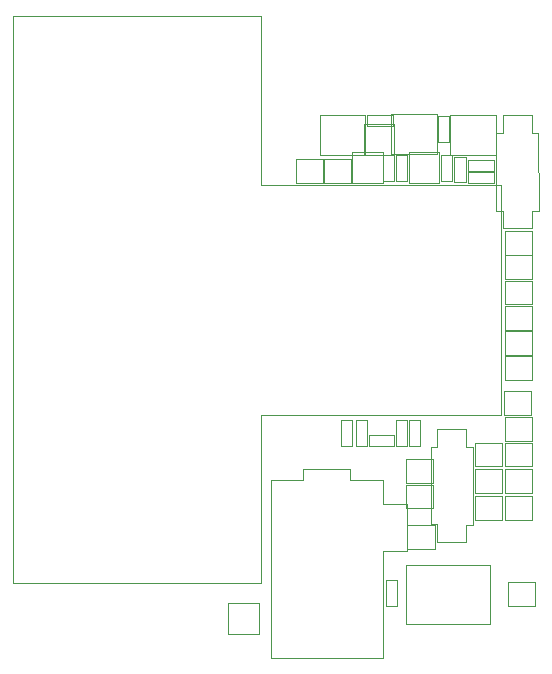
<source format=gbr>
G04 #@! TF.GenerationSoftware,KiCad,Pcbnew,7.0.1-0*
G04 #@! TF.CreationDate,2025-03-17T17:28:38+01:00*
G04 #@! TF.ProjectId,LED-Controller,4c45442d-436f-46e7-9472-6f6c6c65722e,rev?*
G04 #@! TF.SameCoordinates,Original*
G04 #@! TF.FileFunction,Other,User*
%FSLAX46Y46*%
G04 Gerber Fmt 4.6, Leading zero omitted, Abs format (unit mm)*
G04 Created by KiCad (PCBNEW 7.0.1-0) date 2025-03-17 17:28:38*
%MOMM*%
%LPD*%
G01*
G04 APERTURE LIST*
%ADD10C,0.050000*%
G04 APERTURE END LIST*
D10*
G04 #@! TO.C,U2*
X164692400Y-123077600D02*
X157592400Y-123077600D01*
X157592400Y-128077600D02*
X164692400Y-128077600D01*
X164692400Y-123077600D02*
X164692400Y-128077600D01*
X157592400Y-128077600D02*
X157592400Y-123077600D01*
G04 #@! TO.C,SW1*
X160223200Y-121107200D02*
X162661600Y-121107200D01*
X162661600Y-121107200D02*
X162661600Y-119634000D01*
X163271200Y-119634000D02*
X162661600Y-119634000D01*
X163271200Y-119634000D02*
X163271200Y-113030000D01*
X159715200Y-119583200D02*
X160223200Y-119583200D01*
X160223200Y-119583200D02*
X160223200Y-121107200D01*
X159664400Y-113030000D02*
X159715200Y-119583200D01*
X160223200Y-113030000D02*
X159664400Y-113030000D01*
X162661600Y-113030000D02*
X162661600Y-111556800D01*
X163271200Y-113030000D02*
X162661600Y-113030000D01*
X160223200Y-111556800D02*
X160223200Y-113030000D01*
X162661600Y-111556800D02*
X160223200Y-111556800D01*
G04 #@! TO.C,SW2*
X168249600Y-84982800D02*
X165811200Y-84982800D01*
X165811200Y-84982800D02*
X165811200Y-86456000D01*
X165201600Y-86456000D02*
X165811200Y-86456000D01*
X165201600Y-86456000D02*
X165201600Y-93060000D01*
X168757600Y-86506800D02*
X168249600Y-86506800D01*
X168249600Y-86506800D02*
X168249600Y-84982800D01*
X168808400Y-93060000D02*
X168757600Y-86506800D01*
X168249600Y-93060000D02*
X168808400Y-93060000D01*
X165811200Y-93060000D02*
X165811200Y-94533200D01*
X165201600Y-93060000D02*
X165811200Y-93060000D01*
X168249600Y-94533200D02*
X168249600Y-93060000D01*
X165811200Y-94533200D02*
X168249600Y-94533200D01*
G04 #@! TO.C,R5*
X161683600Y-90660400D02*
X161683600Y-88460400D01*
X162623600Y-90660400D02*
X161683600Y-90660400D01*
X161683600Y-88460400D02*
X162623600Y-88460400D01*
X162623600Y-88460400D02*
X162623600Y-90660400D01*
G04 #@! TO.C,J22*
X168231200Y-94758000D02*
X165931200Y-94758000D01*
X165931200Y-94758000D02*
X165931200Y-96758000D01*
X168231200Y-96758000D02*
X168231200Y-94758000D01*
X165931200Y-96758000D02*
X168231200Y-96758000D01*
G04 #@! TO.C,J11*
X165982000Y-119211600D02*
X168282000Y-119211600D01*
X168282000Y-119211600D02*
X168282000Y-117211600D01*
X165982000Y-117211600D02*
X165982000Y-119211600D01*
X168282000Y-117211600D02*
X165982000Y-117211600D01*
G04 #@! TO.C,J19*
X165931200Y-100974400D02*
X168231200Y-100974400D01*
X168231200Y-100974400D02*
X168231200Y-98974400D01*
X165931200Y-98974400D02*
X165931200Y-100974400D01*
X168231200Y-98974400D02*
X165931200Y-98974400D01*
G04 #@! TO.C,J25*
X157549200Y-118246400D02*
X159849200Y-118246400D01*
X159849200Y-118246400D02*
X159849200Y-116246400D01*
X157549200Y-116246400D02*
X157549200Y-118246400D01*
X159849200Y-116246400D02*
X157549200Y-116246400D01*
G04 #@! TO.C,J24*
X157549200Y-116112800D02*
X159849200Y-116112800D01*
X159849200Y-116112800D02*
X159849200Y-114112800D01*
X157549200Y-114112800D02*
X157549200Y-116112800D01*
X159849200Y-114112800D02*
X157549200Y-114112800D01*
G04 #@! TO.C,J23*
X165931200Y-98840800D02*
X168231200Y-98840800D01*
X168231200Y-98840800D02*
X168231200Y-96840800D01*
X165931200Y-96840800D02*
X165931200Y-98840800D01*
X168231200Y-96840800D02*
X165931200Y-96840800D01*
G04 #@! TO.C,J21*
X165931200Y-107375200D02*
X168231200Y-107375200D01*
X168231200Y-107375200D02*
X168231200Y-105375200D01*
X165931200Y-105375200D02*
X165931200Y-107375200D01*
X168231200Y-105375200D02*
X165931200Y-105375200D01*
G04 #@! TO.C,J20*
X165931200Y-105241600D02*
X168231200Y-105241600D01*
X168231200Y-105241600D02*
X168231200Y-103241600D01*
X165931200Y-103241600D02*
X165931200Y-105241600D01*
X168231200Y-103241600D02*
X165931200Y-103241600D01*
G04 #@! TO.C,J18*
X168231200Y-101108000D02*
X165931200Y-101108000D01*
X165931200Y-101108000D02*
X165931200Y-103108000D01*
X168231200Y-103108000D02*
X168231200Y-101108000D01*
X165931200Y-103108000D02*
X168231200Y-103108000D01*
G04 #@! TO.C,J17*
X165880400Y-110321600D02*
X168180400Y-110321600D01*
X168180400Y-110321600D02*
X168180400Y-108321600D01*
X165880400Y-108321600D02*
X165880400Y-110321600D01*
X168180400Y-108321600D02*
X165880400Y-108321600D01*
G04 #@! TO.C,J16*
X165931200Y-112506000D02*
X168231200Y-112506000D01*
X168231200Y-112506000D02*
X168231200Y-110506000D01*
X165931200Y-110506000D02*
X165931200Y-112506000D01*
X168231200Y-110506000D02*
X165931200Y-110506000D01*
G04 #@! TO.C,J15*
X165931200Y-114690400D02*
X168231200Y-114690400D01*
X168231200Y-114690400D02*
X168231200Y-112690400D01*
X165931200Y-112690400D02*
X165931200Y-114690400D01*
X168231200Y-112690400D02*
X165931200Y-112690400D01*
G04 #@! TO.C,J14*
X165742000Y-112690400D02*
X163442000Y-112690400D01*
X163442000Y-112690400D02*
X163442000Y-114690400D01*
X165742000Y-114690400D02*
X165742000Y-112690400D01*
X163442000Y-114690400D02*
X165742000Y-114690400D01*
G04 #@! TO.C,J13*
X165982000Y-116925600D02*
X168282000Y-116925600D01*
X168282000Y-116925600D02*
X168282000Y-114925600D01*
X165982000Y-114925600D02*
X165982000Y-116925600D01*
X168282000Y-114925600D02*
X165982000Y-114925600D01*
G04 #@! TO.C,J12*
X163442000Y-116925600D02*
X165742000Y-116925600D01*
X165742000Y-116925600D02*
X165742000Y-114925600D01*
X163442000Y-114925600D02*
X163442000Y-116925600D01*
X165742000Y-114925600D02*
X163442000Y-114925600D01*
G04 #@! TO.C,J5*
X165742000Y-117211600D02*
X163442000Y-117211600D01*
X163442000Y-117211600D02*
X163442000Y-119211600D01*
X165742000Y-119211600D02*
X165742000Y-117211600D01*
X163442000Y-119211600D02*
X165742000Y-119211600D01*
G04 #@! TO.C,Q3*
X161323500Y-84964800D02*
X161323500Y-88364800D01*
X161323500Y-88364800D02*
X165163500Y-88364800D01*
X165163500Y-84964800D02*
X161323500Y-84964800D01*
X165163500Y-88364800D02*
X165163500Y-84964800D01*
G04 #@! TO.C,Q2*
X154139900Y-88364800D02*
X154139900Y-84964800D01*
X154139900Y-84964800D02*
X150299900Y-84964800D01*
X150299900Y-88364800D02*
X154139900Y-88364800D01*
X150299900Y-84964800D02*
X150299900Y-88364800D01*
G04 #@! TO.C,R9*
X153352400Y-112940300D02*
X153352400Y-110740300D01*
X154292400Y-112940300D02*
X153352400Y-112940300D01*
X153352400Y-110740300D02*
X154292400Y-110740300D01*
X154292400Y-110740300D02*
X154292400Y-112940300D01*
G04 #@! TO.C,R4*
X154246400Y-84975600D02*
X156446400Y-84975600D01*
X154246400Y-85915600D02*
X154246400Y-84975600D01*
X156446400Y-84975600D02*
X156446400Y-85915600D01*
X156446400Y-85915600D02*
X154246400Y-85915600D01*
G04 #@! TO.C,U1*
X124347000Y-124596400D02*
X145287000Y-124596400D01*
X145287000Y-124596400D02*
X145287000Y-110346400D01*
X165597000Y-110346400D02*
X145287000Y-110346400D01*
X165597000Y-110346400D02*
X165597000Y-90846400D01*
X145287000Y-90846400D02*
X165597000Y-90846400D01*
X145287000Y-90846400D02*
X145287000Y-76596400D01*
X124347000Y-76596400D02*
X124347000Y-124596400D01*
X145287000Y-76596400D02*
X124347000Y-76596400D01*
G04 #@! TO.C,J8*
X152940400Y-90662000D02*
X152940400Y-88662000D01*
X152940400Y-88662000D02*
X150640400Y-88662000D01*
X150640400Y-90662000D02*
X152940400Y-90662000D01*
X150640400Y-88662000D02*
X150640400Y-90662000D01*
G04 #@! TO.C,C1*
X156578800Y-112931200D02*
X154418800Y-112931200D01*
X156578800Y-112011200D02*
X156578800Y-112931200D01*
X154418800Y-112931200D02*
X154418800Y-112011200D01*
X154418800Y-112011200D02*
X156578800Y-112011200D01*
G04 #@! TO.C,J6*
X155630400Y-90708000D02*
X155630400Y-88108000D01*
X155630400Y-88108000D02*
X153030400Y-88108000D01*
X153030400Y-90708000D02*
X155630400Y-90708000D01*
X153030400Y-88108000D02*
X153030400Y-90708000D01*
G04 #@! TO.C,J7*
X150552800Y-90662000D02*
X150552800Y-88662000D01*
X150552800Y-88662000D02*
X148252800Y-88662000D01*
X148252800Y-90662000D02*
X150552800Y-90662000D01*
X148252800Y-88662000D02*
X148252800Y-90662000D01*
G04 #@! TO.C,J3*
X157805600Y-88108000D02*
X157805600Y-90708000D01*
X157805600Y-90708000D02*
X160405600Y-90708000D01*
X160405600Y-88108000D02*
X157805600Y-88108000D01*
X160405600Y-90708000D02*
X160405600Y-88108000D01*
G04 #@! TO.C,J1*
X152876000Y-114890800D02*
X152876000Y-115890800D01*
X148876000Y-114890800D02*
X152876000Y-114890800D01*
X155626000Y-115890800D02*
X155626000Y-117890800D01*
X152876000Y-115890800D02*
X155626000Y-115890800D01*
X148876000Y-115890800D02*
X148876000Y-114890800D01*
X146376000Y-115890800D02*
X148876000Y-115890800D01*
X146376000Y-115890800D02*
X146126000Y-115890800D01*
X146126000Y-115890800D02*
X146126000Y-130890800D01*
X157626000Y-117890800D02*
X157626000Y-121890800D01*
X155626000Y-117890800D02*
X157626000Y-117890800D01*
X157626000Y-121890800D02*
X155626000Y-121890800D01*
X155626000Y-121890800D02*
X155626000Y-130890800D01*
X155626000Y-130890800D02*
X146126000Y-130890800D01*
G04 #@! TO.C,J9*
X160001600Y-121700800D02*
X160001600Y-119700800D01*
X160001600Y-119700800D02*
X157701600Y-119700800D01*
X157701600Y-121700800D02*
X160001600Y-121700800D01*
X157701600Y-119700800D02*
X157701600Y-121700800D01*
G04 #@! TO.C,R7*
X152082400Y-112940300D02*
X152082400Y-110740300D01*
X153022400Y-112940300D02*
X152082400Y-112940300D01*
X152082400Y-110740300D02*
X153022400Y-110740300D01*
X153022400Y-110740300D02*
X153022400Y-112940300D01*
G04 #@! TO.C,R3*
X155638400Y-90508000D02*
X155638400Y-88308000D01*
X156578400Y-90508000D02*
X155638400Y-90508000D01*
X155638400Y-88308000D02*
X156578400Y-88308000D01*
X156578400Y-88308000D02*
X156578400Y-90508000D01*
G04 #@! TO.C,R2*
X160261200Y-87256800D02*
X160261200Y-85056800D01*
X161201200Y-87256800D02*
X160261200Y-87256800D01*
X160261200Y-85056800D02*
X161201200Y-85056800D01*
X161201200Y-85056800D02*
X161201200Y-87256800D01*
G04 #@! TO.C,R1*
X156705200Y-90508000D02*
X156705200Y-88308000D01*
X157645200Y-90508000D02*
X156705200Y-90508000D01*
X156705200Y-88308000D02*
X157645200Y-88308000D01*
X157645200Y-88308000D02*
X157645200Y-90508000D01*
G04 #@! TO.C,C4*
X156822400Y-124345200D02*
X156822400Y-126505200D01*
X155902400Y-124345200D02*
X156822400Y-124345200D01*
X156822400Y-126505200D02*
X155902400Y-126505200D01*
X155902400Y-126505200D02*
X155902400Y-124345200D01*
G04 #@! TO.C,R8*
X162831600Y-88734800D02*
X165031600Y-88734800D01*
X162831600Y-89674800D02*
X162831600Y-88734800D01*
X165031600Y-88734800D02*
X165031600Y-89674800D01*
X165031600Y-89674800D02*
X162831600Y-89674800D01*
G04 #@! TO.C,D1*
X156705200Y-112961600D02*
X156705200Y-110761600D01*
X157645200Y-112961600D02*
X156705200Y-112961600D01*
X156705200Y-110761600D02*
X157645200Y-110761600D01*
X157645200Y-110761600D02*
X157645200Y-112961600D01*
G04 #@! TO.C,R6*
X160515200Y-90508000D02*
X160515200Y-88308000D01*
X161455200Y-90508000D02*
X160515200Y-90508000D01*
X160515200Y-88308000D02*
X161455200Y-88308000D01*
X161455200Y-88308000D02*
X161455200Y-90508000D01*
G04 #@! TO.C,J4*
X156595600Y-88320400D02*
X156595600Y-85720400D01*
X156595600Y-85720400D02*
X153995600Y-85720400D01*
X153995600Y-88320400D02*
X156595600Y-88320400D01*
X153995600Y-85720400D02*
X153995600Y-88320400D01*
G04 #@! TO.C,J10*
X166185200Y-124526800D02*
X166185200Y-126526800D01*
X166185200Y-126526800D02*
X168485200Y-126526800D01*
X168485200Y-124526800D02*
X166185200Y-124526800D01*
X168485200Y-126526800D02*
X168485200Y-124526800D01*
G04 #@! TO.C,C3*
X162851600Y-89760800D02*
X165011600Y-89760800D01*
X162851600Y-90680800D02*
X162851600Y-89760800D01*
X165011600Y-89760800D02*
X165011600Y-90680800D01*
X165011600Y-90680800D02*
X162851600Y-90680800D01*
G04 #@! TO.C,C2*
X158752800Y-110790300D02*
X158752800Y-112950300D01*
X157832800Y-110790300D02*
X158752800Y-110790300D01*
X158752800Y-112950300D02*
X157832800Y-112950300D01*
X157832800Y-112950300D02*
X157832800Y-110790300D01*
G04 #@! TO.C,Q1*
X160185100Y-88263200D02*
X160185100Y-84863200D01*
X160185100Y-84863200D02*
X156345100Y-84863200D01*
X156345100Y-88263200D02*
X160185100Y-88263200D01*
X156345100Y-84863200D02*
X156345100Y-88263200D01*
G04 #@! TO.C,J2*
X142514800Y-126258800D02*
X142514800Y-128858800D01*
X142514800Y-128858800D02*
X145114800Y-128858800D01*
X145114800Y-126258800D02*
X142514800Y-126258800D01*
X145114800Y-128858800D02*
X145114800Y-126258800D01*
G04 #@! TD*
M02*

</source>
